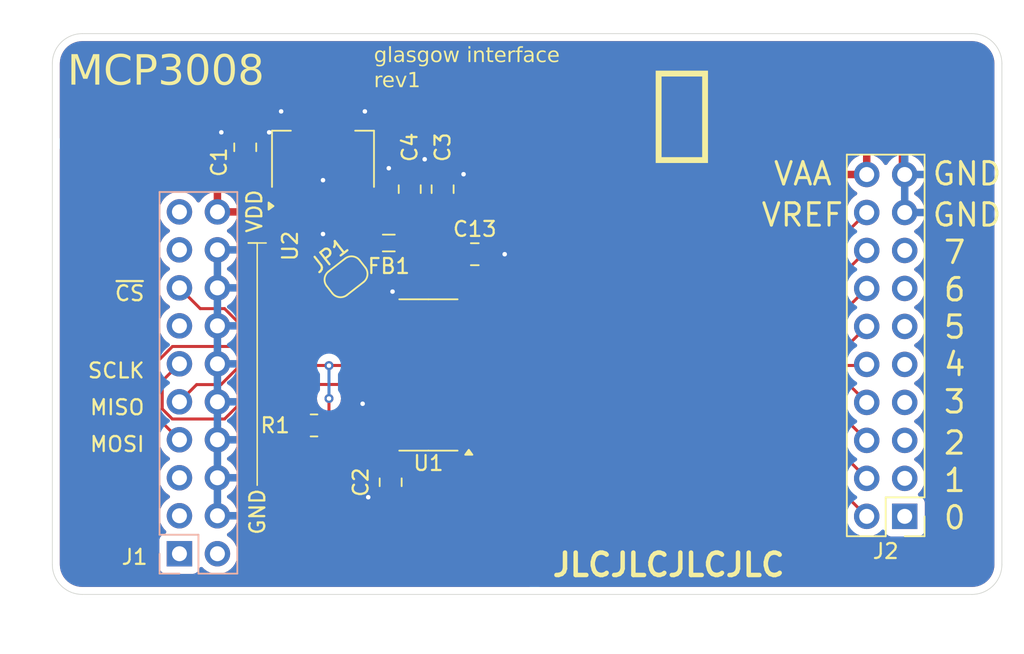
<source format=kicad_pcb>
(kicad_pcb (version 20240108) (generator "pcbnew") (generator_version "8.0")
  (layers (0 "F.Cu" signal) (1 "In1.Cu" signal) (2 "In2.Cu" signal) (31 "B.Cu" signal) (34 "B.Paste" user) (35 "F.Paste" user) (36 "B.SilkS" user "B.Silkscreen") (37 "F.SilkS" user "F.Silkscreen") (38 "B.Mask" user) (39 "F.Mask" user) (44 "Edge.Cuts" user))
  (net 0 "")
  (net 1 "VDD")
  (net 2 "GND")
  (net 3 "VAA")
  (net 4 "/AIN0N")
  (net 5 "/AIN1N")
  (net 6 "/AIN2N")
  (net 7 "/AIN3N")
  (net 8 "/AIN4N")
  (net 9 "/AIN5N")
  (net 10 "/AIN6N")
  (net 11 "/AIN7N")
  (net 13 "/VREFIN")
  (net 14 "/SCLK")
  (net 15 "/MOSI")
  (net 16 "/MISO")
  (net 17 "/~{CS}")
  (net 26 "Net-(JP1-B)")
  (footprint "Capacitor_SMD:C_0805_2012Metric" (layer "F.Cu") (at 117.6 98.4 90)
    (property "Reference" "C3" (at 2.8 0 -90) (layer "F.SilkS"))
    (property "Value" "4.7uF")
    (fp_line (start -0.261253 -0.735) (end 0.261253 -0.735) (stroke (width 0.12)) (layer "F.SilkS"))
    (fp_line (start -0.261253 0.735) (end 0.261253 0.735) (stroke (width 0.12)) (layer "F.SilkS"))
    (pad "1" smd roundrect (at -0.949999 0 90) (size 1 1.45) (layers "F.Cu" "F.Paste" "F.Mask") (net 3 "VAA"))
    (pad "2" smd roundrect (at 0.949999 0 90) (size 1 1.45) (layers "F.Cu" "F.Paste" "F.Mask") (net 2 "GND"))
  )
  (footprint "Package_TO_SOT_SMD:SOT-223-3_TabPin2" (layer "F.Cu") (at 109.6 96.4 90)
    (property "Reference" "U2" (at -5.8 -2.2 -90) (layer "F.SilkS"))
    (property "Value" "LT1963AxST-3.3")
    (fp_line (start -1.85 -3.410001) (end 1.91 -3.41) (stroke (width 0.12)) (layer "F.SilkS"))
    (fp_line (start 1.91 -3.41) (end 1.91 -2.150001) (stroke (width 0.12)) (layer "F.SilkS"))
    (fp_line (start 1.91 3.41) (end 1.91 2.150001) (stroke (width 0.12)) (layer "F.SilkS"))
    (fp_line (start -1.85 3.410001) (end 1.91 3.41) (stroke (width 0.12)) (layer "F.SilkS"))
    (fp_poly (pts (xy -3.13 -3.31) (xy -3.37 -3.64) (xy -2.89 -3.64) (xy -3.13 -3.31)) (stroke (width 0.12)) (fill solid) (layer "F.SilkS"))
    (pad "1" smd roundrect (at -3.15 -2.3 90) (size 2 1.5) (layers "F.Cu" "F.Paste" "F.Mask") (net 1 "VDD"))
    (pad "2" smd roundrect (at -3.149999 0 90) (size 2 1.5) (layers "F.Cu" "F.Paste" "F.Mask") (net 2 "GND"))
    (pad "2" smd roundrect (at 3.149999 0 90) (size 2 3.8) (layers "F.Cu" "F.Paste" "F.Mask") (net 2 "GND"))
    (pad "3" smd roundrect (at -3.15 2.3 90) (size 2 1.5) (layers "F.Cu" "F.Paste" "F.Mask") (net 26 "Net-(JP1-B)"))
  )
  (footprint "Jumper:SolderJumper-2_P1.3mm_Open_RoundedPad1.0x1.5mm" (layer "F.Cu") (at 111.140381 104.259619 38)
    (property "Reference" "JP1" (at 0 -1.8 38) (layer "F.SilkS"))
    (property "Value" "VDirect")
    (fp_line (start -0.7 -1) (end 0.700001 -1) (stroke (width 0.12)) (layer "F.SilkS"))
    (fp_line (start -1.399999 0.3) (end -1.4 -0.3) (stroke (width 0.12)) (layer "F.SilkS"))
    (fp_line (start 1.399999 -0.3) (end 1.4 0.3) (stroke (width 0.12)) (layer "F.SilkS"))
    (fp_line (start 0.7 1) (end -0.700001 1) (stroke (width 0.12)) (layer "F.SilkS"))
    (fp_arc (start -1.4 -0.3) (mid -1.194974 -0.794975) (end -0.7 -1) (stroke (width 0.12)) (layer "F.SilkS"))
    (fp_arc (start 0.700001 -1) (mid 1.194975 -0.794974) (end 1.399999 -0.3) (stroke (width 0.12)) (layer "F.SilkS"))
    (fp_arc (start -0.700001 1) (mid -1.194975 0.794974) (end -1.399999 0.3) (stroke (width 0.12)) (layer "F.SilkS"))
    (fp_arc (start 1.4 0.3) (mid 1.194975 0.794974) (end 0.7 1) (stroke (width 0.12)) (layer "F.SilkS"))
    (pad "1" smd custom (at -0.649999 -0.000001 38) (size 1 0.5) (layers "F.Cu" "F.Mask") (net 1 "VDD") (options (clearance outline) (anchor rect)) (primitives (gr_circle (center 0 0.25) (end 0.5 0.25) (width 0) (fill yes)) (gr_circle (center 0 -0.25) (end 0.5 -0.25) (width 0) (fill yes)) (gr_poly (pts (xy 0.5 0.75) (xy 0 0.75) (xy 0 -0.75) (xy 0.5 -0.75)) (width 0) (fill yes))))
    (pad "2" smd custom (at 0.649999 0.000001 38) (size 1 0.5) (layers "F.Cu" "F.Mask") (net 26 "Net-(JP1-B)") (options (clearance outline) (anchor rect)) (primitives (gr_circle (center 0 0.25) (end 0.5 0.25) (width 0) (fill yes)) (gr_circle (center 0 -0.25) (end 0.5 -0.25) (width 0) (fill yes)) (gr_poly (pts (xy 0 0.75) (xy -0.5 0.75) (xy -0.5 -0.75) (xy 0 -0.75)) (width 0) (fill yes))))
  )
  (footprint "Capacitor_SMD:C_0805_2012Metric" (layer "F.Cu") (at 119.75 102.75)
    (property "Reference" "C13" (at 0 -1.679999 0) (layer "F.SilkS"))
    (property "Value" "100nF")
    (fp_line (start -0.261253 -0.735) (end 0.261253 -0.735) (stroke (width 0.12)) (layer "F.SilkS"))
    (fp_line (start -0.261253 0.735) (end 0.261253 0.735) (stroke (width 0.12)) (layer "F.SilkS"))
    (pad "1" smd roundrect (at -0.949999 0) (size 1 1.45) (layers "F.Cu" "F.Paste" "F.Mask") (net 13 "/VREFIN"))
    (pad "2" smd roundrect (at 0.949999 0) (size 1 1.45) (layers "F.Cu" "F.Paste" "F.Mask") (net 2 "GND"))
  )
  (footprint "Resistor_SMD:R_0805_2012Metric" (layer "F.Cu") (at 109 114.2)
    (property "Reference" "R1" (at -2.6 0 0) (layer "F.SilkS"))
    (property "Value" "100k")
    (fp_line (start -0.227064 -0.735) (end 0.227064 -0.735) (stroke (width 0.12)) (layer "F.SilkS"))
    (fp_line (start -0.227064 0.735) (end 0.227064 0.735) (stroke (width 0.12)) (layer "F.SilkS"))
    (pad "1" smd roundrect (at -0.9125 0) (size 1.025 1.4) (layers "F.Cu" "F.Paste" "F.Mask") (roundrect_rratio 0.243902) (net 1 "VDD"))
    (pad "2" smd roundrect (at 0.9125 0) (size 1.025 1.4) (layers "F.Cu" "F.Paste" "F.Mask") (roundrect_rratio 0.243902) (net 16 "/MISO"))
  )
  (footprint "Capacitor_SMD:C_0805_2012Metric" (layer "F.Cu") (at 114.124999 118 -90)
    (property "Reference" "C2" (at 0 2 90) (layer "F.SilkS"))
    (property "Value" "1uF")
    (fp_line (start -0.261253 0.735) (end 0.261253 0.735) (stroke (width 0.12)) (layer "F.SilkS"))
    (fp_line (start -0.261253 -0.735) (end 0.261253 -0.735) (stroke (width 0.12)) (layer "F.SilkS"))
    (pad "1" smd roundrect (at -0.949999 0 270) (size 1 1.45) (layers "F.Cu" "F.Paste" "F.Mask") (net 1 "VDD"))
    (pad "2" smd roundrect (at 0.949999 0 270) (size 1 1.45) (layers "F.Cu" "F.Paste" "F.Mask") (net 2 "GND"))
  )
  (footprint "Package_SO:SOIC-16_3.9x9.9mm_P1.27mm" (layer "F.Cu") (at 116.65 110.825 180)
    (property "Reference" "U1" (at 0 -5.9 180) (layer "F.SilkS"))
    (property "Value" "MCP3008")
    (fp_line (start 0 5.06) (end 1.95 5.06) (stroke (width 0.12)) (layer "F.SilkS"))
    (fp_line (start 0 5.06) (end -1.95 5.06) (stroke (width 0.12)) (layer "F.SilkS"))
    (fp_line (start 0 -5.06) (end 1.95 -5.06) (stroke (width 0.12)) (layer "F.SilkS"))
    (fp_line (start 0 -5.06) (end -1.95 -5.06) (stroke (width 0.12)) (layer "F.SilkS"))
    (fp_poly (pts (xy -2.7 -5.005) (xy -2.94 -5.335) (xy -2.46 -5.335) (xy -2.7 -5.005)) (stroke (width 0.12)) (fill solid) (layer "F.SilkS"))
    (pad "1" smd roundrect (at -2.475 -4.445 180) (size 1.95 0.6) (layers "F.Cu" "F.Paste" "F.Mask") (net 4 "/AIN0N"))
    (pad "2" smd roundrect (at -2.475 -3.175 180) (size 1.95 0.6) (layers "F.Cu" "F.Paste" "F.Mask") (net 5 "/AIN1N"))
    (pad "3" smd roundrect (at -2.475 -1.905 180) (size 1.95 0.6) (layers "F.Cu" "F.Paste" "F.Mask") (net 6 "/AIN2N"))
    (pad "4" smd roundrect (at -2.475 -0.635 180) (size 1.95 0.6) (layers "F.Cu" "F.Paste" "F.Mask") (net 7 "/AIN3N"))
    (pad "5" smd roundrect (at -2.475 0.635 180) (size 1.95 0.6) (layers "F.Cu" "F.Paste" "F.Mask") (net 8 "/AIN4N"))
    (pad "6" smd roundrect (at -2.475 1.905 180) (size 1.95 0.6) (layers "F.Cu" "F.Paste" "F.Mask") (net 9 "/AIN5N"))
    (pad "7" smd roundrect (at -2.475 3.175 180) (size 1.95 0.6) (layers "F.Cu" "F.Paste" "F.Mask") (net 10 "/AIN6N"))
    (pad "8" smd roundrect (at -2.475 4.445 180) (size 1.95 0.6) (layers "F.Cu" "F.Paste" "F.Mask") (net 11 "/AIN7N"))
    (pad "9" smd roundrect (at 2.475 4.445 180) (size 1.95 0.6) (layers "F.Cu" "F.Paste" "F.Mask") (net 2 "GND"))
    (pad "10" smd roundrect (at 2.475 3.175 180) (size 1.95 0.6) (layers "F.Cu" "F.Paste" "F.Mask") (net 17 "/~{CS}"))
    (pad "11" smd roundrect (at 2.475 1.905 180) (size 1.95 0.6) (layers "F.Cu" "F.Paste" "F.Mask") (net 15 "/MOSI"))
    (pad "12" smd roundrect (at 2.475 0.635 180) (size 1.95 0.6) (layers "F.Cu" "F.Paste" "F.Mask") (net 16 "/MISO"))
    (pad "13" smd roundrect (at 2.475 -0.635 180) (size 1.95 0.6) (layers "F.Cu" "F.Paste" "F.Mask") (net 14 "/SCLK"))
    (pad "14" smd roundrect (at 2.475 -1.905 180) (size 1.95 0.6) (layers "F.Cu" "F.Paste" "F.Mask") (net 2 "GND"))
    (pad "15" smd roundrect (at 2.475 -3.175 180) (size 1.95 0.6) (layers "F.Cu" "F.Paste" "F.Mask") (net 13 "/VREFIN"))
    (pad "16" smd roundrect (at 2.475 -4.445 180) (size 1.95 0.6) (layers "F.Cu" "F.Paste" "F.Mask") (net 1 "VDD"))
  )
  (footprint "Inductor_SMD:L_0805_2012Metric" (layer "F.Cu") (at 114 102 180)
    (property "Reference" "FB1" (at 0 -1.550001 180) (layer "F.SilkS"))
    (property "Value" "FB")
    (fp_line (start -0.399622 0.56) (end 0.399622 0.56) (stroke (width 0.12)) (layer "F.SilkS"))
    (fp_line (start -0.399622 -0.56) (end 0.399622 -0.56) (stroke (width 0.12)) (layer "F.SilkS"))
    (pad "1" smd roundrect (at -1.0625 0 180) (size 0.875 1.2) (layers "F.Cu" "F.Paste" "F.Mask") (net 3 "VAA"))
    (pad "2" smd roundrect (at 1.0625 0 180) (size 0.875 1.2) (layers "F.Cu" "F.Paste" "F.Mask") (net 26 "Net-(JP1-B)"))
  )
  (footprint "Connector_PinHeader_2.54mm:PinHeader_2x10_P2.54mm_Vertical" (layer "F.Cu") (at 148.5 120.28 180)
    (property "Reference" "J2" (at 1.27 -2.33 180) (layer "F.SilkS"))
    (property "Value" "Conn_01x20")
    (fp_line (start 3.87 -1.33) (end 3.87 24.19) (stroke (width 0.12)) (layer "F.SilkS"))
    (fp_line (start 1.27 1.27) (end 1.27 -1.33) (stroke (width 0.12)) (layer "F.SilkS"))
    (fp_line (start 1.27 -1.33) (end 3.87 -1.33) (stroke (width 0.12)) (layer "F.SilkS"))
    (fp_line (start -1.33 24.19) (end 3.87 24.19) (stroke (width 0.12)) (layer "F.SilkS"))
    (fp_line (start -1.33 1.27) (end 1.27 1.27) (stroke (width 0.12)) (layer "F.SilkS"))
    (fp_line (start -1.33 1.27) (end -1.33 24.19) (stroke (width 0.12)) (layer "F.SilkS"))
    (fp_line (start -1.33 0) (end -1.33 -1.33) (stroke (width 0.12)) (layer "F.SilkS"))
    (fp_line (start -1.33 -1.33) (end 0 -1.33) (stroke (width 0.12)) (layer "F.SilkS"))
    (pad "1" thru_hole rect (at 0 0 180) (size 1.7 1.7) (drill 1) (layers "*.Cu" "*.Mask"))
    (pad "2" thru_hole oval (at 2.54 0 180) (size 1.7 1.7) (drill 1) (layers "*.Cu" "*.Mask") (net 4 "/AIN0N"))
    (pad "3" thru_hole oval (at 0 2.54 180) (size 1.7 1.7) (drill 1) (layers "*.Cu" "*.Mask"))
    (pad "4" thru_hole oval (at 2.54 2.54 180) (size 1.7 1.7) (drill 1) (layers "*.Cu" "*.Mask") (net 5 "/AIN1N"))
    (pad "5" thru_hole oval (at 0 5.08 180) (size 1.7 1.7) (drill 1) (layers "*.Cu" "*.Mask"))
    (pad "6" thru_hole oval (at 2.54 5.08 180) (size 1.7 1.7) (drill 1) (layers "*.Cu" "*.Mask") (net 6 "/AIN2N"))
    (pad "7" thru_hole oval (at 0 7.62 180) (size 1.7 1.7) (drill 1) (layers "*.Cu" "*.Mask"))
    (pad "8" thru_hole oval (at 2.54 7.62 180) (size 1.7 1.7) (drill 1) (layers "*.Cu" "*.Mask") (net 7 "/AIN3N"))
    (pad "9" thru_hole oval (at 0 10.16 180) (size 1.7 1.7) (drill 1) (layers "*.Cu" "*.Mask"))
    (pad "10" thru_hole oval (at 2.54 10.16 180) (size 1.7 1.7) (drill 1) (layers "*.Cu" "*.Mask") (net 8 "/AIN4N"))
    (pad "11" thru_hole oval (at 0 12.7 180) (size 1.7 1.7) (drill 1) (layers "*.Cu" "*.Mask"))
    (pad "12" thru_hole oval (at 2.54 12.7 180) (size 1.7 1.7) (drill 1) (layers "*.Cu" "*.Mask") (net 9 "/AIN5N"))
    (pad "13" thru_hole oval (at 0 15.24 180) (size 1.7 1.7) (drill 1) (layers "*.Cu" "*.Mask"))
    (pad "14" thru_hole oval (at 2.54 15.24 180) (size 1.7 1.7) (drill 1) (layers "*.Cu" "*.Mask") (net 10 "/AIN6N"))
    (pad "15" thru_hole oval (at 0 17.78 180) (size 1.7 1.7) (drill 1) (layers "*.Cu" "*.Mask"))
    (pad "16" thru_hole oval (at 2.54 17.78 180) (size 1.7 1.7) (drill 1) (layers "*.Cu" "*.Mask") (net 11 "/AIN7N"))
    (pad "17" thru_hole oval (at 0 20.32 180) (size 1.7 1.7) (drill 1) (layers "*.Cu" "*.Mask") (net 2 "GND"))
    (pad "18" thru_hole oval (at 2.54 20.32 180) (size 1.7 1.7) (drill 1) (layers "*.Cu" "*.Mask") (net 13 "/VREFIN"))
    (pad "19" thru_hole oval (at 0 22.86 180) (size 1.7 1.7) (drill 1) (layers "*.Cu" "*.Mask") (net 2 "GND"))
    (pad "20" thru_hole oval (at 2.54 22.86 180) (size 1.7 1.7) (drill 1) (layers "*.Cu" "*.Mask") (net 3 "VAA"))
  )
  (footprint "Capacitor_SMD:C_0805_2012Metric" (layer "F.Cu") (at 104.4 95.6 90)
    (property "Reference" "C1" (at -1 -1.75 -90) (layer "F.SilkS"))
    (property "Value" "4.7uF")
    (fp_line (start -0.261253 -0.735) (end 0.261253 -0.735) (stroke (width 0.12)) (layer "F.SilkS"))
    (fp_line (start -0.261253 0.735) (end 0.261253 0.735) (stroke (width 0.12)) (layer "F.SilkS"))
    (pad "1" smd roundrect (at -0.949999 0 90) (size 1 1.45) (layers "F.Cu" "F.Paste" "F.Mask") (net 1 "VDD"))
    (pad "2" smd roundrect (at 0.949999 0 90) (size 1 1.45) (layers "F.Cu" "F.Paste" "F.Mask") (net 2 "GND"))
  )
  (footprint "Capacitor_SMD:C_0805_2012Metric" (layer "F.Cu") (at 115.4 98.4 90)
    (property "Reference" "C4" (at 2.8 0 -90) (layer "F.SilkS"))
    (property "Value" "1uF")
    (fp_line (start -0.261253 -0.735) (end 0.261253 -0.735) (stroke (width 0.12)) (layer "F.SilkS"))
    (fp_line (start -0.261253 0.735) (end 0.261253 0.735) (stroke (width 0.12)) (layer "F.SilkS"))
    (pad "1" smd roundrect (at -0.949999 0 90) (size 1 1.45) (layers "F.Cu" "F.Paste" "F.Mask") (net 3 "VAA"))
    (pad "2" smd roundrect (at 0.949999 0 90) (size 1 1.45) (layers "F.Cu" "F.Paste" "F.Mask") (net 2 "GND"))
  )
  (footprint "Connector_PinHeader_2.54mm:PinHeader_2x10_P2.54mm_Vertical" (layer "B.Cu") (at 100 122.780001)
    (property "Reference" "J1" (at -3 0.219999 0) (layer "F.SilkS"))
    (property "Value" "Glasgow")
    (fp_line (start -1.33 -24.19) (end -1.33 -1.270001) (stroke (width 0.12)) (layer "B.SilkS"))
    (fp_line (start -1.33 1.33) (end -1.33 0) (stroke (width 0.12)) (layer "B.SilkS"))
    (fp_line (start 0 1.33) (end -1.33 1.33) (stroke (width 0.12)) (layer "B.SilkS"))
    (fp_line (start 1.27 -1.27) (end -1.33 -1.270001) (stroke (width 0.12)) (layer "B.SilkS"))
    (fp_line (start 1.270001 1.33) (end 1.27 -1.27) (stroke (width 0.12)) (layer "B.SilkS"))
    (fp_line (start 3.87 -24.19) (end -1.33 -24.19) (stroke (width 0.12)) (layer "B.SilkS"))
    (fp_line (start 3.87 -24.19) (end 3.87 1.33) (stroke (width 0.12)) (layer "B.SilkS"))
    (fp_line (start 3.87 1.33) (end 1.270001 1.33) (stroke (width 0.12)) (layer "B.SilkS"))
    (pad "1" thru_hole rect (at 0 0) (size 1.7 1.7) (drill 1) (layers "*.Cu" "*.Mask"))
    (pad "2" thru_hole oval (at 2.54 0) (size 1.7 1.7) (drill 1) (layers "*.Cu" "*.Mask"))
    (pad "3" thru_hole oval (at 0 -2.54) (size 1.7 1.7) (drill 1) (layers "*.Cu" "*.Mask"))
    (pad "4" thru_hole oval (at 2.54 -2.54) (size 1.7 1.7) (drill 1) (layers "*.Cu" "*.Mask") (net 2 "GND"))
    (pad "5" thru_hole oval (at 0 -5.079999) (size 1.7 1.7) (drill 1) (layers "*.Cu" "*.Mask"))
    (pad "6" thru_hole oval (at 2.54 -5.08) (size 1.7 1.7) (drill 1) (layers "*.Cu" "*.Mask") (net 2 "GND"))
    (pad "7" thru_hole oval (at 0 -7.62) (size 1.7 1.7) (drill 1) (layers "*.Cu" "*.Mask") (net 15 "/MOSI"))
    (pad "8" thru_hole oval (at 2.54 -7.62) (size 1.7 1.7) (drill 1) (layers "*.Cu" "*.Mask") (net 2 "GND"))
    (pad "9" thru_hole oval (at 0 -10.16) (size 1.7 1.7) (drill 1) (layers "*.Cu" "*.Mask") (net 16 "/MISO"))
    (pad "10" thru_hole oval (at 2.54 -10.16) (size 1.7 1.7) (drill 1) (layers "*.Cu" "*.Mask") (net 2 "GND"))
    (pad "11" thru_hole oval (at 0 -12.7) (size 1.7 1.7) (drill 1) (layers "*.Cu" "*.Mask") (net 14 "/SCLK"))
    (pad "12" thru_hole oval (at 2.54 -12.7) (size 1.7 1.7) (drill 1) (layers "*.Cu" "*.Mask") (net 2 "GND"))
    (pad "13" thru_hole oval (at 0 -15.24) (size 1.7 1.7) (drill 1) (layers "*.Cu" "*.Mask"))
    (pad "14" thru_hole oval (at 2.54 -15.24) (size 1.7 1.7) (drill 1) (layers "*.Cu" "*.Mask") (net 2 "GND"))
    (pad "15" thru_hole oval (at 0 -17.780001) (size 1.7 1.7) (drill 1) (layers "*.Cu" "*.Mask") (net 17 "/~{CS}"))
    (pad "16" thru_hole oval (at 2.54 -17.78) (size 1.7 1.7) (drill 1) (layers "*.Cu" "*.Mask") (net 2 "GND"))
    (pad "17" thru_hole oval (at 0 -20.32) (size 1.7 1.7) (drill 1) (layers "*.Cu" "*.Mask"))
    (pad "18" thru_hole oval (at 2.54 -20.32) (size 1.7 1.7) (drill 1) (layers "*.Cu" "*.Mask") (net 2 "GND"))
    (pad "19" thru_hole oval (at 0 -22.86) (size 1.7 1.7) (drill 1) (layers "*.Cu" "*.Mask"))
    (pad "20" thru_hole oval (at 2.54 -22.86) (size 1.7 1.7) (drill 1) (layers "*.Cu" "*.Mask") (net 1 "VDD"))
  )
  (gr_line (start 105.2 118.2) (end 105.2 102) (stroke (width 0.1)) (layer "F.SilkS"))
  (gr_line (start 105.2 102) (end 104.6 102) (stroke (width 0.1)) (layer "F.SilkS"))
  (gr_line (start 104.6 102) (end 105.8 102) (stroke (width 0.1)) (layer "F.SilkS"))
  (gr_arc (start 155 123.5) (mid 154.414214 124.914214) (end 153 125.5) (stroke (width 0.05)) (layer "Edge.Cuts"))
  (gr_arc (start 153 88) (mid 154.414214 88.585786) (end 155 90) (stroke (width 0.05)) (layer "Edge.Cuts"))
  (gr_line (start 153 125.5) (end 93.5 125.5) (stroke (width 0.05)) (layer "Edge.Cuts"))
  (gr_line (start 155 90) (end 155 123.5) (stroke (width 0.05)) (layer "Edge.Cuts"))
  (gr_arc (start 93.5 125.5) (mid 92.085786 124.914214) (end 91.5 123.5) (stroke (width 0.05)) (layer "Edge.Cuts"))
  (gr_line (start 91.5 123.5) (end 91.5 90) (stroke (width 0.05)) (layer "Edge.Cuts"))
  (gr_arc (start 91.5 90) (mid 92.085786 88.585786) (end 93.5 88) (stroke (width 0.05)) (layer "Edge.Cuts"))
  (gr_line (start 93.5 88) (end 153 88) (stroke (width 0.05)) (layer "Edge.Cuts"))
  (gr_text "7" (at 151 103.5 0) (layer "F.SilkS") (effects (font (size 1.5 1.5) (thickness 0.2)) (justify left bottom)))
  (gr_text "勘" (at 131.5 96.25 0) (layer "F.SilkS") (effects (font (size 5 5) (thickness 0.3) (bold yes)) (justify left bottom)))
  (gr_text "SCLK" (at 97.75 111.118165 0) (layer "F.SilkS") (effects (font (size 1 1) (thickness 0.153)) (justify right bottom)))
  (gr_text "~{CS}" (at 97.75 105.953777 0) (layer "F.SilkS") (effects (font (size 1 1) (thickness 0.153)) (justify right bottom)))
  (gr_text "3" (at 151 113.5 0) (layer "F.SilkS") (effects (font (size 1.5 1.5) (thickness 0.2)) (justify left bottom)))
  (gr_text "0" (at 151 121.25 0) (layer "F.SilkS") (effects (font (size 1.5 1.5) (thickness 0.2)) (justify left bottom)))
  (gr_text "glasgow interface\nrev1" (at 113 91.75 0) (layer "F.SilkS") (effects (font (size 1 1)) (justify left bottom)))
  (gr_text "2" (at 151 116.25 0) (layer "F.SilkS") (effects (font (size 1.5 1.5) (thickness 0.2)) (justify left bottom)))
  (gr_text "VREF" (at 144.5 101 0) (layer "F.SilkS") (effects (font (size 1.5 1.5) (thickness 0.2)) (justify right bottom)))
  (gr_text "5" (at 151 108.5 0) (layer "F.SilkS") (effects (font (size 1.5 1.5) (thickness 0.2)) (justify left bottom)))
  (gr_text "JLCJLCJLCJLC" (at 124.8 124.4 0) (layer "F.SilkS") (effects (font (size 1.5 1.5) (thickness 0.3) (bold yes)) (justify left bottom)))
  (gr_text "VAA" (at 143.75 98.25 0) (layer "F.SilkS") (effects (font (size 1.5 1.5) (thickness 0.2)) (justify right bottom)))
  (gr_text "1" (at 151 118.75 0) (layer "F.SilkS") (effects (font (size 1.5 1.5) (thickness 0.2)) (justify left bottom)))
  (gr_text "GND" (at 150.25 98.25 0) (layer "F.SilkS") (effects (font (size 1.5 1.5) (thickness 0.2)) (justify left bottom)))
  (gr_text "4" (at 151 111 0) (layer "F.SilkS") (effects (font (size 1.5 1.5) (thickness 0.2)) (justify left bottom)))
  (gr_text "MISO" (at 97.75 113.578776 0) (layer "F.SilkS") (effects (font (size 1 1) (thickness 0.153)) (justify right bottom)))
  (gr_text "GND" (at 150.25 101 0) (layer "F.SilkS") (effects (font (size 1.5 1.5) (thickness 0.2)) (justify left bottom)))
  (gr_text "MCP3008\n" (at 92.5 91.75 0) (layer "F.SilkS") (effects (font (size 2 2) (thickness 0.2)) (justify left bottom)))
  (gr_text "6" (at 151 106 0) (layer "F.SilkS") (effects (font (size 1.5 1.5) (thickness 0.2)) (justify left bottom)))
  (gr_text "MOSI" (at 97.75 116.039387 0) (layer "F.SilkS") (effects (font (size 1 1) (thickness 0.153)) (justify right bottom)))
  (gr_text "VDD" (at 105.6 101.4 90) (layer "F.SilkS") (effects (font (size 1 1) (thickness 0.153)) (justify left bottom)))
  (gr_text "GND" (at 105.8 121.6 90) (layer "F.SilkS") (effects (font (size 1 1) (thickness 0.153)) (justify left bottom)))
  (segment (start 117.6 97.450001) (end 118.949999 97.450001) (width 0.2) (layer "F.Cu") (net 2))
  (segment (start 114.175 105.325) (end 114.25 105.25) (width 0.2) (layer "F.Cu") (net 2))
  (segment (start 112.4 93.2) (end 112.2 93.2) (width 0.2) (layer "F.Cu") (net 2))
  (segment (start 102.8 94.6) (end 104.349999 94.6) (width 0.2) (layer "F.Cu") (net 2))
  (segment (start 117.6 97.450001) (end 117.450001 97.450001) (width 0.2) (layer "F.Cu") (net 2))
  (segment (start 117.450001 97.450001) (end 116.4 96.4) (width 0.2) (layer "F.Cu") (net 2))
  (segment (start 112.2 93.2) (end 112.149999 93.250001) (width 0.2) (layer "F.Cu") (net 2))
  (segment (start 114.175 106.38) (end 114.175 105.325) (width 0.2) (layer "F.Cu") (net 2))
  (segment (start 106.8 93.2) (end 106.850001 93.250001) (width 0.2) (layer "F.Cu") (net 2))
  (segment (start 118.949999 97.450001) (end 119 97.4) (width 0.2) (layer "F.Cu") (net 2))
  (segment (start 148.5 99.96) (end 148.5 97.42) (width 0.2) (layer "F.Cu") (net 2))
  (segment (start 120.699999 102.75) (end 121.75 102.75) (width 0.2) (layer "F.Cu") (net 2))
  (segment (start 106.850001 93.250001) (end 109.6 93.250001) (width 0.2) (layer "F.Cu") (net 2))
  (segment (start 115.4 97.450001) (end 115.4 97.4) (width 0.2) (layer "F.Cu") (net 2))
  (segment (start 148.2 97.12) (end 148.5 97.42) (width 0.2) (layer "F.Cu") (net 2))
  (segment (start 109.6 101.4) (end 109.6 99.549999) (width 0.2) (layer "F.Cu") (net 2))
  (segment (start 112.149999 93.250001) (end 109.6 93.250001) (width 0.2) (layer "F.Cu") (net 2))
  (segment (start 109.6 97.8) (end 109.6 99.549999) (width 0.2) (layer "F.Cu") (net 2))
  (segment (start 115.4 97.4) (end 116.4 96.4) (width 0.2) (layer "F.Cu") (net 2))
  (segment (start 104.450001 94.6) (end 104.4 94.650001) (width 0.2) (layer "F.Cu") (net 2))
  (segment (start 114.175 112.73) (end 112.27 112.73) (width 0.2) (layer "F.Cu") (net 2))
  (segment (start 114.124999 118.949999) (end 112.675 118.949999) (width 0.2) (layer "F.Cu") (net 2))
  (segment (start 112.27 112.73) (end 112.25 112.75) (width 0.2) (layer "F.Cu") (net 2))
  (segment (start 148.2 94) (end 148.2 97.12) (width 0.2) (layer "F.Cu") (net 2))
  (segment (start 114.450001 97.450001) (end 114 97) (width 0.2) (layer "F.Cu") (net 2))
  (segment (start 104.349999 94.6) (end 104.4 94.650001) (width 0.2) (layer "F.Cu") (net 2))
  (segment (start 115.4 97.450001) (end 114.450001 97.450001) (width 0.2) (layer "F.Cu") (net 2))
  (segment (start 106 94.6) (end 104.450001 94.6) (width 0.2) (layer "F.Cu") (net 2))
  (via (at 112.25 112.75) (size 0.6) (drill 0.3) (layers "F.Cu" "B.Cu") (net 2))
  (via (at 102.8 94.6) (size 0.6) (drill 0.3) (layers "F.Cu" "B.Cu") (net 2))
  (via (at 119 97.4) (size 0.6) (drill 0.3) (layers "F.Cu" "B.Cu") (net 2))
  (via (at 114.25 105.25) (size 0.6) (drill 0.3) (layers "F.Cu" "B.Cu") (net 2))
  (via (at 114 97) (size 0.6) (drill 0.3) (layers "F.Cu" "B.Cu") (net 2))
  (via (at 112.624999 119) (size 0.6) (drill 0.3) (layers "F.Cu" "B.Cu") (net 2))
  (via (at 112.4 93.2) (size 0.6) (drill 0.3) (layers "F.Cu" "B.Cu") (net 2))
  (via (at 116.4 96.4) (size 0.6) (drill 0.3) (layers "F.Cu" "B.Cu") (net 2))
  (via (at 109.6 101.4) (size 0.6) (drill 0.3) (layers "F.Cu" "B.Cu") (net 2))
  (via (at 109.6 97.8) (size 0.6) (drill 0.3) (layers "F.Cu" "B.Cu") (net 2))
  (via (at 121.75 102.75) (size 0.6) (drill 0.3) (layers "F.Cu" "B.Cu") (net 2))
  (via (at 106.8 93.2) (size 0.6) (drill 0.3) (layers "F.Cu" "B.Cu") (net 2))
  (via (at 106 94.6) (size 0.6) (drill 0.3) (layers "F.Cu" "B.Cu") (net 2))
  (segment (start 140.95 115.27) (end 145.96 120.28) (width 0.2) (layer "F.Cu") (net 4))
  (segment (start 119.125 115.27) (end 140.95 115.27) (width 0.2) (layer "F.Cu") (net 4))
  (segment (start 119.125 114) (end 142.22 114) (width 0.2) (layer "F.Cu") (net 5))
  (segment (start 142.22 114) (end 145.96 117.74) (width 0.2) (layer "F.Cu") (net 5))
  (segment (start 119.125 112.73) (end 143.49 112.73) (width 0.2) (layer "F.Cu") (net 6))
  (segment (start 143.49 112.73) (end 145.96 115.2) (width 0.2) (layer "F.Cu") (net 6))
  (segment (start 144.76 111.46) (end 145.96 112.66) (width 0.2) (layer "F.Cu") (net 7))
  (segment (start 119.125 111.46) (end 144.76 111.46) (width 0.2) (layer "F.Cu") (net 7))
  (segment (start 145.89 110.19) (end 145.96 110.12) (width 0.2) (layer "F.Cu") (net 8))
  (segment (start 119.125 110.19) (end 145.89 110.19) (width 0.2) (layer "F.Cu") (net 8))
  (segment (start 144.62 108.92) (end 145.96 107.58) (width 0.2) (layer "F.Cu") (net 9))
  (segment (start 119.125 108.92) (end 144.62 108.92) (width 0.2) (layer "F.Cu") (net 9))
  (segment (start 143.35 107.65) (end 145.96 105.04) (width 0.2) (layer "F.Cu") (net 10))
  (segment (start 119.125 107.65) (end 143.35 107.65) (width 0.2) (layer "F.Cu") (net 10))
  (segment (start 142.08 106.38) (end 145.96 102.5) (width 0.2) (layer "F.Cu") (net 11))
  (segment (start 119.125 106.38) (end 142.08 106.38) (width 0.2) (layer "F.Cu") (net 11))
  (segment (start 120.550001 104.5) (end 141.42 104.5) (width 0.2) (layer "F.Cu") (net 13))
  (segment (start 115.75 114) (end 116.75 113) (width 0.2) (layer "F.Cu") (net 13))
  (segment (start 116.75 113) (end 116.75 104.800001) (width 0.2) (layer "F.Cu") (net 13))
  (segment (start 141.42 104.5) (end 145.96 99.96) (width 0.2) (layer "F.Cu") (net 13))
  (segment (start 114.175 114) (end 115.75 114) (width 0.2) (layer "F.Cu") (net 13))
  (segment (start 116.75 104.800001) (end 118.800001 102.75) (width 0.2) (layer "F.Cu") (net 13))
  (segment (start 118.800001 102.75) (end 120.550001 104.5) (width 0.2) (layer "F.Cu") (net 13))
  (segment (start 103.016346 113.770001) (end 99.523654 113.770001) (width 0.2) (layer "F.Cu") (net 14))
  (segment (start 105.326347 111.46) (end 103.016346 113.770001) (width 0.2) (layer "F.Cu") (net 14))
  (segment (start 114.175 111.46) (end 105.326347 111.46) (width 0.2) (layer "F.Cu") (net 14))
  (segment (start 98.85 113.096347) (end 98.85 111.230001) (width 0.2) (layer "F.Cu") (net 14))
  (segment (start 99.523654 113.770001) (end 98.85 113.096347) (width 0.2) (layer "F.Cu") (net 14))
  (segment (start 98.85 111.230001) (end 100 110.080001) (width 0.2) (layer "F.Cu") (net 14))
  (segment (start 98 113.160001) (end 100 115.160001) (width 0.2) (layer "F.Cu") (net 15))
  (segment (start 98 110.453655) (end 98 113.160001) (width 0.2) (layer "F.Cu") (net 15))
  (segment (start 114.175 108.92) (end 99.533655 108.92) (width 0.2) (layer "F.Cu") (net 15))
  (segment (start 99.533655 108.92) (end 98 110.453655) (width 0.2) (layer "F.Cu") (net 15))
  (segment (start 104.056347 110.19) (end 102.776346 111.470001) (width 0.2) (layer "F.Cu") (net 16))
  (segment (start 110 112.4) (end 110 114.1125) (width 0.2) (layer "F.Cu") (net 16))
  (segment (start 114.175 110.19) (end 110.01 110.19) (width 0.2) (layer "F.Cu") (net 16))
  (segment (start 110.01 110.19) (end 110 110.2) (width 0.2) (layer "F.Cu") (net 16))
  (segment (start 102.776346 111.470001) (end 101.15 111.470001) (width 0.2) (layer "F.Cu") (net 16))
  (segment (start 110 110.2) (end 109.99 110.19) (width 0.2) (layer "F.Cu") (net 16))
  (segment (start 109.99 110.19) (end 104.056347 110.19) (width 0.2) (layer "F.Cu") (net 16))
  (segment (start 101.15 111.470001) (end 100 112.620001) (width 0.2) (layer "F.Cu") (net 16))
  (segment (start 110 114.1125) (end 109.9125 114.2) (width 0.2) (layer "F.Cu") (net 16))
  (via (at 110 112.4) (size 0.6) (drill 0.3) (layers "F.Cu" "B.Cu") (net 16))
  (via (at 110 110.2) (size 0.6) (drill 0.3) (layers "F.Cu" "B.Cu") (net 16))
  (segment (start 110 110.2) (end 110 112.4) (width 0.2) (layer "B.Cu") (net 16))
  (segment (start 114.175 107.65) (end 104.276345 107.65) (width 0.2) (layer "F.Cu") (net 17))
  (segment (start 103.016346 106.390001) (end 101.390001 106.390001) (width 0.2) (layer "F.Cu") (net 17))
  (segment (start 101.390001 106.390001) (end 100 105) (width 0.2) (layer "F.Cu") (net 17))
  (segment (start 104.276345 107.65) (end 103.016346 106.390001) (width 0.2) (layer "F.Cu") (net 17))
  (zone (net 26) (net_name "Net-(JP1-B)") (layer "F.Cu") (priority 1) (connect_pads (clearance 0.5)) (min_thickness 0.25) (fill yes (thermal_gap 0.5) (thermal_bridge_width 0.5))
    (polygon (pts (xy 110 102.8) (xy 112.2 105.6) (xy 114 103.6) (xy 114 97.8) (xy 110.8 97.8) (xy 110.8 102.2)))
  )
  (zone (net 1) (net_name "VDD") (layers "F.Cu" "In2.Cu") (priority 5) (connect_pads (clearance 0.5)) (min_thickness 0.25) (fill yes (thermal_gap 0.5) (thermal_bridge_width 0.5))
    (polygon (pts (xy 88 95.6) (xy 108.4 95.6) (xy 108.4 101) (xy 116.5 112) (xy 116.5 116) (xy 123.5 123) (xy 123.5 129.5) (xy 88 129.5)))
  )
  (zone (net 3) (net_name "VAA") (layers "F.Cu" "In2.Cu") (connect_pads (clearance 0.5)) (min_thickness 0.25) (fill yes (thermal_gap 0.5) (thermal_bridge_width 0.5))
    (polygon (pts (xy 89 86.25) (xy 89 128.25) (xy 156.5 127.75) (xy 156.5 85.75)))
  )
  (zone (net 0) (net_name "") (layers "F.Cu" "Edge.Cuts") (name "quiet area") (connect_pads (clearance 0)) (min_thickness 0.25)
    (keepout (tracks allowed) (vias allowed) (pads allowed) (copperpour not_allowed) (footprints allowed))
    (fill (thermal_gap 0.5) (thermal_bridge_width 0.5))
    (polygon (pts (xy 117.75 121.5) (xy 147.25 121.5) (xy 147.25 101.25) (xy 117.75 101.25)))
  )
  (zone (net 2) (net_name "GND") (layers "In1.Cu" "B.Cu") (connect_pads (clearance 0.5)) (min_thickness 0.25) (fill yes (thermal_gap 0.5) (thermal_bridge_width 0.5))
    (polygon (pts (xy 90 87) (xy 90 127) (xy 155.75 127) (xy 155.75 87)))
  )
)
</source>
